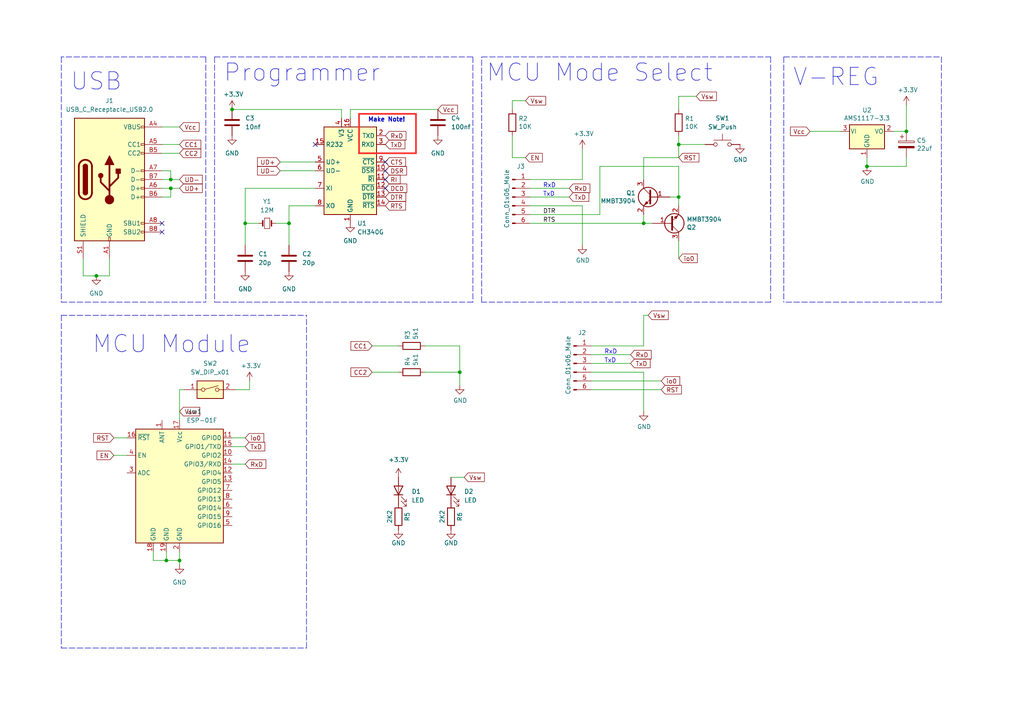
<source format=kicad_sch>
(kicad_sch (version 20211123) (generator eeschema)
  (paper "A4")
  (lib_symbols
    (symbol "Connector:Conn_01x06_Male" (pin_names (offset 1.016) hide)
      (property "Reference" "J" (at 0 7.62 0))
      (property "Value" "Conn_01x06_Male" (at 0 -10.16 0))
      (symbol "Conn_01x06_Male_1_1"
        (polyline (pts (xy 1.27 -7.62) (xy 0.8636 -7.62)) (stroke (width 0.1524)))
        (polyline (pts (xy 1.27 -5.08) (xy 0.8636 -5.08)) (stroke (width 0.1524)))
        (polyline (pts (xy 1.27 -2.54) (xy 0.8636 -2.54)) (stroke (width 0.1524)))
        (polyline (pts (xy 1.27 0) (xy 0.8636 0)) (stroke (width 0.1524)))
        (polyline (pts (xy 1.27 2.54) (xy 0.8636 2.54)) (stroke (width 0.1524)))
        (polyline (pts (xy 1.27 5.08) (xy 0.8636 5.08)) (stroke (width 0.1524)))
        (rectangle (start 0.8636 -7.493) (end 0 -7.747) (stroke (width 0.1524)) (fill (type outline)))
        (rectangle (start 0.8636 -4.953) (end 0 -5.207) (stroke (width 0.1524)) (fill (type outline)))
        (rectangle (start 0.8636 -2.413) (end 0 -2.667) (stroke (width 0.1524)) (fill (type outline)))
        (rectangle (start 0.8636 0.127) (end 0 -0.127) (stroke (width 0.1524)) (fill (type outline)))
        (rectangle (start 0.8636 2.667) (end 0 2.413) (stroke (width 0.1524)) (fill (type outline)))
        (rectangle (start 0.8636 5.207) (end 0 4.953) (stroke (width 0.1524)) (fill (type outline)))
        (pin passive line (at 5.08 5.08 180) (length 3.81) (name "Pin_1") (number "1"))
        (pin passive line (at 5.08 2.54 180) (length 3.81) (name "Pin_2") (number "2"))
        (pin passive line (at 5.08 0 180) (length 3.81) (name "Pin_3") (number "3"))
        (pin passive line (at 5.08 -2.54 180) (length 3.81) (name "Pin_4") (number "4"))
        (pin passive line (at 5.08 -5.08 180) (length 3.81) (name "Pin_5") (number "5"))
        (pin passive line (at 5.08 -7.62 180) (length 3.81) (name "Pin_6") (number "6"))
      )
    )
    (symbol "Connector:USB_C_Receptacle_USB2.0" (pin_names (offset 1.016))
      (property "Reference" "J" (at -10.16 19.05 0))
      (property "Value" "USB_C_Receptacle_USB2.0" (at 19.05 19.05 0))
      (symbol "USB_C_Receptacle_USB2.0_0_0"
        (rectangle (start -0.254 -17.78) (end 0.254 -16.764))
        (rectangle (start 10.16 -14.986) (end 9.144 -15.494))
        (rectangle (start 10.16 -12.446) (end 9.144 -12.954))
        (rectangle (start 10.16 -4.826) (end 9.144 -5.334))
        (rectangle (start 10.16 -2.286) (end 9.144 -2.794))
        (rectangle (start 10.16 0.254) (end 9.144 -0.254))
        (rectangle (start 10.16 2.794) (end 9.144 2.286))
        (rectangle (start 10.16 7.874) (end 9.144 7.366))
        (rectangle (start 10.16 10.414) (end 9.144 9.906))
        (rectangle (start 10.16 15.494) (end 9.144 14.986))
      )
      (symbol "USB_C_Receptacle_USB2.0_0_1"
        (rectangle (start -10.16 17.78) (end 10.16 -17.78) (stroke (width 0.254)) (fill (type background)))
        (arc (start -8.89 -3.81) (mid -6.985 -5.715) (end -5.08 -3.81) (stroke (width 0.508)))
        (arc (start -7.62 -3.81) (mid -6.985 -4.445) (end -6.35 -3.81) (stroke (width 0.254)))
        (arc (start -7.62 -3.81) (mid -6.985 -4.445) (end -6.35 -3.81) (stroke (width 0.254)) (fill (type outline)))
        (rectangle (start -7.62 -3.81) (end -6.35 3.81) (stroke (width 0.254)) (fill (type outline)))
        (arc (start -6.35 3.81) (mid -6.985 4.445) (end -7.62 3.81) (stroke (width 0.254)))
        (arc (start -6.35 3.81) (mid -6.985 4.445) (end -7.62 3.81) (stroke (width 0.254)) (fill (type outline)))
        (arc (start -5.08 3.81) (mid -6.985 5.715) (end -8.89 3.81) (stroke (width 0.508)))
        (circle (center -2.54 1.143) (radius 0.635) (stroke (width 0.254)) (fill (type outline)))
        (circle (center 0 -5.842) (radius 1.27) (fill (type outline)))
        (polyline (pts (xy -8.89 -3.81) (xy -8.89 3.81)) (stroke (width 0.508)))
        (polyline (pts (xy -5.08 3.81) (xy -5.08 -3.81)) (stroke (width 0.508)))
        (polyline (pts (xy 0 -5.842) (xy 0 4.318)) (stroke (width 0.508)))
        (polyline (pts (xy 0 -3.302) (xy -2.54 -0.762) (xy -2.54 0.508)) (stroke (width 0.508)))
        (polyline (pts (xy 0 -2.032) (xy 2.54 0.508) (xy 2.54 1.778)) (stroke (width 0.508)))
        (polyline (pts (xy -1.27 4.318) (xy 0 6.858) (xy 1.27 4.318) (xy -1.27 4.318)) (stroke (width 0.254)) (fill (type outline)))
        (rectangle (start 1.905 1.778) (end 3.175 3.048) (stroke (width 0.254)) (fill (type outline)))
      )
      (symbol "USB_C_Receptacle_USB2.0_1_1"
        (pin passive line (at 0 -22.86 90) (length 5.08) (name "GND") (number "A1"))
        (pin passive line (at 0 -22.86 90) (length 5.08) hide (name "GND") (number "A12"))
        (pin passive line (at 15.24 15.24 180) (length 5.08) (name "VBUS") (number "A4"))
        (pin bidirectional line (at 15.24 10.16 180) (length 5.08) (name "CC1") (number "A5"))
        (pin bidirectional line (at 15.24 -2.54 180) (length 5.08) (name "D+") (number "A6"))
        (pin bidirectional line (at 15.24 2.54 180) (length 5.08) (name "D-") (number "A7"))
        (pin bidirectional line (at 15.24 -12.7 180) (length 5.08) (name "SBU1") (number "A8"))
        (pin passive line (at 15.24 15.24 180) (length 5.08) hide (name "VBUS") (number "A9"))
        (pin passive line (at 0 -22.86 90) (length 5.08) hide (name "GND") (number "B1"))
        (pin passive line (at 0 -22.86 90) (length 5.08) hide (name "GND") (number "B12"))
        (pin passive line (at 15.24 15.24 180) (length 5.08) hide (name "VBUS") (number "B4"))
        (pin bidirectional line (at 15.24 7.62 180) (length 5.08) (name "CC2") (number "B5"))
        (pin bidirectional line (at 15.24 -5.08 180) (length 5.08) (name "D+") (number "B6"))
        (pin bidirectional line (at 15.24 0 180) (length 5.08) (name "D-") (number "B7"))
        (pin bidirectional line (at 15.24 -15.24 180) (length 5.08) (name "SBU2") (number "B8"))
        (pin passive line (at 15.24 15.24 180) (length 5.08) hide (name "VBUS") (number "B9"))
        (pin passive line (at -7.62 -22.86 90) (length 5.08) (name "SHIELD") (number "S1"))
      )
    )
    (symbol "Device:C" (pin_numbers hide) (pin_names (offset 0.254))
      (property "Reference" "C" (at 0.635 2.54 0))
      (property "Value" "C" (at 0.635 -2.54 0))
      (symbol "C_0_1"
        (polyline (pts (xy -2.032 -0.762) (xy 2.032 -0.762)) (stroke (width 0.508)))
        (polyline (pts (xy -2.032 0.762) (xy 2.032 0.762)) (stroke (width 0.508)))
      )
      (symbol "C_1_1"
        (pin passive line (at 0 3.81 270) (length 2.794) (name "~") (number "1"))
        (pin passive line (at 0 -3.81 90) (length 2.794) (name "~") (number "2"))
      )
    )
    (symbol "Device:CP" (pin_numbers hide) (pin_names (offset 0.254))
      (property "Reference" "C" (at 0.635 2.54 0))
      (property "Value" "Device_CP" (at 0.635 -2.54 0))
      (symbol "CP_0_1"
        (rectangle (start -2.286 0.508) (end 2.286 1.016))
        (polyline (pts (xy -1.778 2.286) (xy -0.762 2.286)))
        (polyline (pts (xy -1.27 2.794) (xy -1.27 1.778)))
        (rectangle (start 2.286 -0.508) (end -2.286 -1.016) (fill (type outline)))
      )
      (symbol "CP_1_1"
        (pin passive line (at 0 3.81 270) (length 2.794) (name "~") (number "1"))
        (pin passive line (at 0 -3.81 90) (length 2.794) (name "~") (number "2"))
      )
    )
    (symbol "Device:Crystal_Small" (pin_numbers hide) (pin_names (offset 1.016) hide)
      (property "Reference" "Y" (at 0 2.54 0))
      (property "Value" "Crystal_Small" (at 0 -2.54 0))
      (symbol "Crystal_Small_0_1"
        (rectangle (start -0.762 -1.524) (end 0.762 1.524))
        (polyline (pts (xy -1.27 -0.762) (xy -1.27 0.762)) (stroke (width 0.381)))
        (polyline (pts (xy 1.27 -0.762) (xy 1.27 0.762)) (stroke (width 0.381)))
      )
      (symbol "Crystal_Small_1_1"
        (pin passive line (at -2.54 0 0) (length 1.27) (name "1") (number "1"))
        (pin passive line (at 2.54 0 180) (length 1.27) (name "2") (number "2"))
      )
    )
    (symbol "Device:LED" (pin_numbers hide) (pin_names (offset 1.016) hide)
      (property "Reference" "D" (at 0 2.54 0))
      (property "Value" "LED" (at 0 -2.54 0))
      (symbol "LED_0_1"
        (polyline (pts (xy -1.27 -1.27) (xy -1.27 1.27)) (stroke (width 0.254)))
        (polyline (pts (xy -1.27 0) (xy 1.27 0)))
        (polyline (pts (xy 1.27 -1.27) (xy 1.27 1.27) (xy -1.27 0) (xy 1.27 -1.27)) (stroke (width 0.254)))
        (polyline (pts (xy -3.048 -0.762) (xy -4.572 -2.286) (xy -3.81 -2.286) (xy -4.572 -2.286) (xy -4.572 -1.524)))
        (polyline (pts (xy -1.778 -0.762) (xy -3.302 -2.286) (xy -2.54 -2.286) (xy -3.302 -2.286) (xy -3.302 -1.524)))
      )
      (symbol "LED_1_1"
        (pin passive line (at -3.81 0 0) (length 2.54) (name "K") (number "1"))
        (pin passive line (at 3.81 0 180) (length 2.54) (name "A") (number "2"))
      )
    )
    (symbol "Device:R" (pin_numbers hide) (pin_names (offset 0))
      (property "Reference" "R" (at 2.032 0 90))
      (property "Value" "R" (at 0 0 90))
      (symbol "R_0_1"
        (rectangle (start -1.016 -2.54) (end 1.016 2.54) (stroke (width 0.254)))
      )
      (symbol "R_1_1"
        (pin passive line (at 0 3.81 270) (length 1.27) (name "~") (number "1"))
        (pin passive line (at 0 -3.81 90) (length 1.27) (name "~") (number "2"))
      )
    )
    (symbol "Interface_USB:CH340G"
      (property "Reference" "U" (at -5.08 13.97 0))
      (property "Value" "CH340G" (at 1.27 13.97 0))
      (symbol "CH340G_0_1"
        (rectangle (start -7.62 12.7) (end 7.62 -12.7) (stroke (width 0.254)) (fill (type background)))
      )
      (symbol "CH340G_1_1"
        (pin power_in line (at 0 -15.24 90) (length 2.54) (name "GND") (number "1"))
        (pin input line (at 10.16 0 180) (length 2.54) (name "~{DSR}") (number "10"))
        (pin input line (at 10.16 -2.54 180) (length 2.54) (name "~{RI}") (number "11"))
        (pin input line (at 10.16 -5.08 180) (length 2.54) (name "~{DCD}") (number "12"))
        (pin output line (at 10.16 -7.62 180) (length 2.54) (name "~{DTR}") (number "13"))
        (pin output line (at 10.16 -10.16 180) (length 2.54) (name "~{RTS}") (number "14"))
        (pin input line (at -10.16 7.62 0) (length 2.54) (name "R232") (number "15"))
        (pin power_in line (at 0 15.24 270) (length 2.54) (name "VCC") (number "16"))
        (pin output line (at 10.16 10.16 180) (length 2.54) (name "TXD") (number "2"))
        (pin input line (at 10.16 7.62 180) (length 2.54) (name "RXD") (number "3"))
        (pin passive line (at -2.54 15.24 270) (length 2.54) (name "V3") (number "4"))
        (pin bidirectional line (at -10.16 2.54 0) (length 2.54) (name "UD+") (number "5"))
        (pin bidirectional line (at -10.16 0 0) (length 2.54) (name "UD-") (number "6"))
        (pin input line (at -10.16 -5.08 0) (length 2.54) (name "XI") (number "7"))
        (pin output line (at -10.16 -10.16 0) (length 2.54) (name "XO") (number "8"))
        (pin input line (at 10.16 2.54 180) (length 2.54) (name "~{CTS}") (number "9"))
      )
    )
    (symbol "Regulator_Linear:AMS1117-3.3" (pin_names (offset 0.254))
      (property "Reference" "U" (at -3.81 3.175 0))
      (property "Value" "AMS1117-3.3" (at 0 3.175 0))
      (symbol "AMS1117-3.3_0_1"
        (rectangle (start -5.08 -5.08) (end 5.08 1.905) (stroke (width 0.254)) (fill (type background)))
      )
      (symbol "AMS1117-3.3_1_1"
        (pin power_in line (at 0 -7.62 90) (length 2.54) (name "GND") (number "1"))
        (pin power_out line (at 7.62 0 180) (length 2.54) (name "VO") (number "2"))
        (pin power_in line (at -7.62 0 0) (length 2.54) (name "VI") (number "3"))
      )
    )
    (symbol "Switch:SW_DIP_x01" (pin_names (offset 0) hide)
      (property "Reference" "SW" (at 0 3.81 0))
      (property "Value" "SW_DIP_x01" (at 0 -3.81 0))
      (symbol "SW_DIP_x01_0_0"
        (circle (center -2.032 0) (radius 0.508))
        (polyline (pts (xy -1.524 0.127) (xy 2.3622 1.1684)))
        (circle (center 2.032 0) (radius 0.508))
      )
      (symbol "SW_DIP_x01_0_1"
        (rectangle (start -3.81 2.54) (end 3.81 -2.54) (stroke (width 0.254)) (fill (type background)))
      )
      (symbol "SW_DIP_x01_1_1"
        (pin passive line (at -7.62 0 0) (length 5.08) (name "~") (number "1"))
        (pin passive line (at 7.62 0 180) (length 5.08) (name "~") (number "2"))
      )
    )
    (symbol "Switch:SW_Push" (pin_numbers hide) (pin_names (offset 1.016) hide)
      (property "Reference" "SW" (at 1.27 2.54 0))
      (property "Value" "SW_Push" (at 0 -1.524 0))
      (symbol "SW_Push_0_1"
        (circle (center -2.032 0) (radius 0.508))
        (polyline (pts (xy 0 1.27) (xy 0 3.048)))
        (polyline (pts (xy 2.54 1.27) (xy -2.54 1.27)))
        (circle (center 2.032 0) (radius 0.508))
        (pin passive line (at -5.08 0 0) (length 2.54) (name "1") (number "1"))
        (pin passive line (at 5.08 0 180) (length 2.54) (name "2") (number "2"))
      )
    )
    (symbol "Tinker_ESP:ESP-01F"
      (property "Reference" "Um" (at 3.683 -21.082 0))
      (property "Value" "ESP-01F" (at 12.7 -23.495 0))
      (symbol "ESP-01F_0_1"
        (rectangle (start -12.7 15.24) (end 12.7 -17.78) (stroke (width 0.254)) (fill (type background)))
      )
      (symbol "ESP-01F_1_1"
        (pin bidirectional line (at -5.08 17.78 270) (length 2.54) (name "ANT") (number "1"))
        (pin bidirectional line (at 15.24 7.62 180) (length 2.54) (name "GPIO2") (number "10"))
        (pin bidirectional line (at 15.24 12.7 180) (length 2.54) (name "GPIO0") (number "11"))
        (pin bidirectional line (at 15.24 2.54 180) (length 2.54) (name "GPIO4") (number "12"))
        (pin bidirectional line (at 15.24 0 180) (length 2.54) (name "GPIO5") (number "13"))
        (pin bidirectional line (at 15.24 5.08 180) (length 2.54) (name "GPIO3/RXD") (number "14"))
        (pin bidirectional line (at 15.24 10.16 180) (length 2.54) (name "GPIO1/TXD") (number "15"))
        (pin input line (at -15.24 12.7 0) (length 2.54) (name "~{RST}") (number "16"))
        (pin power_in line (at 0 17.78 270) (length 2.54) (name "Vcc") (number "17"))
        (pin power_in line (at -7.62 -20.32 90) (length 2.54) (name "GND") (number "18"))
        (pin power_in line (at -3.81 -20.32 90) (length 2.54) (name "GND") (number "19"))
        (pin power_in line (at 0 -20.32 90) (length 2.54) (name "GND") (number "2"))
        (pin input line (at -15.24 2.54 0) (length 2.54) (name "ADC") (number "3"))
        (pin input line (at -15.24 7.62 0) (length 2.54) (name "EN") (number "4"))
        (pin bidirectional line (at 15.24 -12.7 180) (length 2.54) (name "GPIO16") (number "5"))
        (pin bidirectional line (at 15.24 -7.62 180) (length 2.54) (name "GPIO14") (number "6"))
        (pin bidirectional line (at 15.24 -2.54 180) (length 2.54) (name "GPIO12") (number "7"))
        (pin bidirectional line (at 15.24 -5.08 180) (length 2.54) (name "GPIO13") (number "8"))
        (pin bidirectional line (at 15.24 -10.16 180) (length 2.54) (name "GPIO15") (number "9"))
      )
    )
    (symbol "Transistor_BJT:MMBT3904" (pin_names (offset 0) hide)
      (property "Reference" "Q" (at 5.08 1.905 0))
      (property "Value" "MMBT3904" (at 5.08 0 0))
      (symbol "MMBT3904_0_1"
        (polyline (pts (xy 0.635 0.635) (xy 2.54 2.54)))
        (polyline (pts (xy 0.635 -0.635) (xy 2.54 -2.54) (xy 2.54 -2.54)))
        (polyline (pts (xy 0.635 1.905) (xy 0.635 -1.905) (xy 0.635 -1.905)) (stroke (width 0.508)))
        (polyline (pts (xy 1.27 -1.778) (xy 1.778 -1.27) (xy 2.286 -2.286) (xy 1.27 -1.778) (xy 1.27 -1.778)) (fill (type outline)))
        (circle (center 1.27 0) (radius 2.8194) (stroke (width 0.254)))
      )
      (symbol "MMBT3904_1_1"
        (pin input line (at -5.08 0 0) (length 5.715) (name "B") (number "1"))
        (pin passive line (at 2.54 -5.08 90) (length 2.54) (name "E") (number "2"))
        (pin passive line (at 2.54 5.08 270) (length 2.54) (name "C") (number "3"))
      )
    )
    (symbol "power:+3.3V" (power) (pin_names (offset 0))
      (property "Value" "+3.3V" (at 0 3.556 0))
      (symbol "+3.3V_0_1"
        (polyline (pts (xy -0.762 1.27) (xy 0 2.54)))
        (polyline (pts (xy 0 0) (xy 0 2.54)))
        (polyline (pts (xy 0 2.54) (xy 0.762 1.27)))
      )
      (symbol "+3.3V_1_1"
        (pin power_in line (at 0 0 90) (length 0) hide (name "+3.3V") (number "1"))
      )
    )
    (symbol "power:GND" (power) (pin_names (offset 0))
      (property "Value" "GND" (at 0 -3.81 0))
      (symbol "GND_0_1"
        (polyline (pts (xy 0 0) (xy 0 -1.27) (xy 1.27 -1.27) (xy 0 -2.54) (xy -1.27 -1.27) (xy 0 -1.27)))
      )
      (symbol "GND_1_1"
        (pin power_in line (at 0 0 270) (length 0) hide (name "GND") (number "1"))
      )
    )
  )
  (junction (at 83.82 64.77))
  (junction (at 52.07 162.56))
  (junction (at 27.94 80.01))
  (junction (at 186.69 64.77))
  (junction (at 49.53 54.61))
  (junction (at 133.35 107.95))
  (junction (at 49.53 52.07))
  (junction (at 67.31 31.75))
  (junction (at 196.85 57.15))
  (junction (at 71.12 64.77))
  (junction (at 262.89 38.1))
  (junction (at 196.85 41.91))
  (junction (at 48.26 162.56))
  (junction (at 251.46 48.26))
  (no_connect (at 91.44 41.91))
  (no_connect (at 111.76 46.99))
  (no_connect (at 111.76 49.53))
  (no_connect (at 111.76 52.07))
  (no_connect (at 111.76 54.61))
  (no_connect (at 46.99 64.77))
  (no_connect (at 46.99 67.31))
  (wire (pts (xy 83.82 64.77) (xy 83.82 71.12)))
  (polyline (pts (xy 59.69 16.51) (xy 17.78 16.51)))
  (wire (pts (xy 44.45 160.02) (xy 44.45 162.56)))
  (polyline (pts (xy 62.23 16.51) (xy 62.23 87.63)))
  (polyline (pts (xy 17.78 91.44) (xy 88.9 91.44)))
  (wire (pts (xy 196.85 48.26) (xy 196.85 57.15)))
  (wire (pts (xy 173.99 48.26) (xy 196.85 48.26)))
  (wire (pts (xy 148.59 39.37) (xy 148.59 45.72)))
  (wire (pts (xy 148.59 45.72) (xy 152.4 45.72)))
  (wire (pts (xy 196.85 41.91) (xy 204.47 41.91)))
  (wire (pts (xy 186.69 119.38) (xy 186.69 107.95)))
  (wire (pts (xy 201.93 27.94) (xy 196.85 27.94)))
  (wire (pts (xy 189.23 64.77) (xy 186.69 64.77)))
  (polyline (pts (xy 223.52 16.51) (xy 223.52 87.63)))
  (polyline (pts (xy 120.65 33.02) (xy 104.14 33.02)) (stroke (width 0.5) (type solid) (color 255 48 46 1)))
  (polyline (pts (xy 17.78 91.44) (xy 17.78 187.96)))
  (wire (pts (xy 194.31 57.15) (xy 196.85 57.15)))
  (wire (pts (xy 46.99 41.91) (xy 52.07 41.91)))
  (wire (pts (xy 133.35 100.33) (xy 133.35 107.95)))
  (wire (pts (xy 171.45 102.87) (xy 182.88 102.87)))
  (polyline (pts (xy 17.78 187.96) (xy 88.9 187.96)))
  (wire (pts (xy 81.28 46.99) (xy 91.44 46.99)))
  (wire (pts (xy 71.12 54.61) (xy 71.12 64.77)))
  (wire (pts (xy 130.81 138.43) (xy 134.62 138.43)))
  (wire (pts (xy 99.06 34.29) (xy 99.06 31.75)))
  (wire (pts (xy 168.91 71.12) (xy 168.91 59.69)))
  (wire (pts (xy 53.34 113.03) (xy 52.07 113.03)))
  (wire (pts (xy 74.93 64.77) (xy 71.12 64.77)))
  (wire (pts (xy 46.99 44.45) (xy 52.07 44.45)))
  (polyline (pts (xy 104.14 33.02) (xy 104.14 44.45)) (stroke (width 0.5) (type solid) (color 255 48 46 1)))
  (wire (pts (xy 52.07 160.02) (xy 52.07 162.56)))
  (wire (pts (xy 99.06 31.75) (xy 67.31 31.75)))
  (wire (pts (xy 46.99 54.61) (xy 49.53 54.61)))
  (polyline (pts (xy 120.65 33.02) (xy 120.65 44.45)) (stroke (width 0.5) (type solid) (color 255 48 46 1)))
  (wire (pts (xy 48.26 160.02) (xy 48.26 162.56)))
  (wire (pts (xy 262.89 48.26) (xy 251.46 48.26)))
  (wire (pts (xy 46.99 57.15) (xy 49.53 57.15)))
  (wire (pts (xy 262.89 30.48) (xy 262.89 38.1)))
  (wire (pts (xy 196.85 74.93) (xy 196.85 69.85)))
  (wire (pts (xy 133.35 107.95) (xy 133.35 111.76)))
  (wire (pts (xy 91.44 59.69) (xy 83.82 59.69)))
  (polyline (pts (xy 17.78 16.51) (xy 17.78 87.63)))
  (wire (pts (xy 49.53 49.53) (xy 49.53 52.07)))
  (wire (pts (xy 33.02 132.08) (xy 36.83 132.08)))
  (wire (pts (xy 168.91 43.18) (xy 168.91 52.07)))
  (wire (pts (xy 52.07 113.03) (xy 52.07 121.92)))
  (wire (pts (xy 187.96 91.44) (xy 186.69 91.44)))
  (wire (pts (xy 49.53 52.07) (xy 52.07 52.07)))
  (wire (pts (xy 152.4 29.21) (xy 148.59 29.21)))
  (wire (pts (xy 196.85 41.91) (xy 196.85 45.72)))
  (polyline (pts (xy 59.69 16.51) (xy 59.69 87.63)))
  (wire (pts (xy 72.39 113.03) (xy 68.58 113.03)))
  (polyline (pts (xy 137.16 16.51) (xy 137.16 87.63)))
  (wire (pts (xy 72.39 110.49) (xy 72.39 113.03)))
  (polyline (pts (xy 139.7 87.63) (xy 139.7 16.51)))
  (wire (pts (xy 168.91 59.69) (xy 153.67 59.69)))
  (wire (pts (xy 52.07 162.56) (xy 52.07 163.83)))
  (wire (pts (xy 186.69 45.72) (xy 186.69 52.07)))
  (wire (pts (xy 148.59 29.21) (xy 148.59 31.75)))
  (wire (pts (xy 67.31 129.54) (xy 71.12 129.54)))
  (wire (pts (xy 46.99 36.83) (xy 52.07 36.83)))
  (wire (pts (xy 80.01 64.77) (xy 83.82 64.77)))
  (wire (pts (xy 107.95 100.33) (xy 115.57 100.33)))
  (wire (pts (xy 101.6 31.75) (xy 101.6 34.29)))
  (polyline (pts (xy 227.33 16.51) (xy 273.05 16.51)))
  (wire (pts (xy 186.69 91.44) (xy 186.69 100.33)))
  (wire (pts (xy 123.19 107.95) (xy 133.35 107.95)))
  (wire (pts (xy 153.67 57.15) (xy 165.1 57.15)))
  (wire (pts (xy 46.99 49.53) (xy 49.53 49.53)))
  (wire (pts (xy 173.99 48.26) (xy 173.99 62.23)))
  (wire (pts (xy 81.28 49.53) (xy 91.44 49.53)))
  (polyline (pts (xy 137.16 87.63) (xy 62.23 87.63)))
  (wire (pts (xy 186.69 107.95) (xy 171.45 107.95)))
  (wire (pts (xy 48.26 162.56) (xy 52.07 162.56)))
  (wire (pts (xy 83.82 59.69) (xy 83.82 64.77)))
  (wire (pts (xy 251.46 48.26) (xy 251.46 45.72)))
  (wire (pts (xy 262.89 45.72) (xy 262.89 48.26)))
  (wire (pts (xy 186.69 64.77) (xy 186.69 62.23)))
  (wire (pts (xy 168.91 52.07) (xy 153.67 52.07)))
  (wire (pts (xy 186.69 100.33) (xy 171.45 100.33)))
  (wire (pts (xy 171.45 105.41) (xy 182.88 105.41)))
  (wire (pts (xy 101.6 31.75) (xy 127 31.75)))
  (wire (pts (xy 67.31 134.62) (xy 71.12 134.62)))
  (polyline (pts (xy 227.33 16.51) (xy 227.33 87.63)))
  (wire (pts (xy 67.31 127) (xy 71.12 127)))
  (wire (pts (xy 49.53 57.15) (xy 49.53 54.61)))
  (wire (pts (xy 24.13 74.93) (xy 24.13 80.01)))
  (wire (pts (xy 123.19 100.33) (xy 133.35 100.33)))
  (wire (pts (xy 31.75 74.93) (xy 31.75 80.01)))
  (wire (pts (xy 46.99 52.07) (xy 49.53 52.07)))
  (polyline (pts (xy 139.7 16.51) (xy 223.52 16.51)))
  (wire (pts (xy 196.85 57.15) (xy 196.85 59.69)))
  (polyline (pts (xy 223.52 87.63) (xy 139.7 87.63)))
  (wire (pts (xy 107.95 107.95) (xy 115.57 107.95)))
  (wire (pts (xy 153.67 54.61) (xy 165.1 54.61)))
  (wire (pts (xy 27.94 80.01) (xy 31.75 80.01)))
  (polyline (pts (xy 88.9 187.96) (xy 88.9 91.44)))
  (wire (pts (xy 24.13 80.01) (xy 27.94 80.01)))
  (wire (pts (xy 153.67 64.77) (xy 186.69 64.77)))
  (wire (pts (xy 49.53 54.61) (xy 52.07 54.61)))
  (wire (pts (xy 259.08 38.1) (xy 262.89 38.1)))
  (polyline (pts (xy 62.23 16.51) (xy 137.16 16.51)))
  (wire (pts (xy 153.67 62.23) (xy 173.99 62.23)))
  (polyline (pts (xy 273.05 16.51) (xy 273.05 87.63)))
  (wire (pts (xy 196.85 27.94) (xy 196.85 31.75)))
  (wire (pts (xy 196.85 45.72) (xy 186.69 45.72)))
  (wire (pts (xy 71.12 54.61) (xy 91.44 54.61)))
  (wire (pts (xy 234.95 38.1) (xy 243.84 38.1)))
  (polyline (pts (xy 273.05 87.63) (xy 227.33 87.63)))
  (polyline (pts (xy 17.78 87.63) (xy 59.69 87.63)))
  (polyline (pts (xy 104.14 44.45) (xy 120.65 44.45)) (stroke (width 0.5) (type solid) (color 255 48 46 1)))
  (wire (pts (xy 171.45 110.49) (xy 191.77 110.49)))
  (wire (pts (xy 196.85 39.37) (xy 196.85 41.91)))
  (wire (pts (xy 33.02 127) (xy 36.83 127)))
  (wire (pts (xy 44.45 162.56) (xy 48.26 162.56)))
  (wire (pts (xy 171.45 113.03) (xy 191.77 113.03)))
  (wire (pts (xy 71.12 64.77) (xy 71.12 71.12)))
  (text "RxD" (at 157.48 54.61 0) (effects (font (size 1.27 1.27)) (justify left bottom)))
  (text "Make Note!" (at 106.68 35.56 0) (effects (font (size 1.27 1.27) (thickness 0.254) bold) (justify left bottom)))
  (text "V-REG" (at 229.87 25.4 0) (effects (font (size 5 5)) (justify left bottom)))
  (text "TxD" (at 157.48 57.15 0) (effects (font (size 1.27 1.27)) (justify left bottom)))
  (text "USB" (at 20.32 26.67 0) (effects (font (size 5 5)) (justify left bottom)))
  (text "MCU Mode Select" (at 140.97 24.13 0) (effects (font (size 5.0038 5.0038)) (justify left bottom)))
  (text "TxD" (at 175.26 105.41 0) (effects (font (size 1.27 1.27)) (justify left bottom)))
  (text "RxD" (at 175.26 102.87 0) (effects (font (size 1.27 1.27)) (justify left bottom)))
  (text "MCU Module" (at 26.67 102.87 0) (effects (font (size 5.0038 5.0038)) (justify left bottom)))
  (text "Programmer" (at 64.77 24.13 0) (effects (font (size 5 5)) (justify left bottom)))
  (label "DTR" (at 157.48 62.23 0))
  (label "RTS" (at 157.48 64.77 0))
  (global_label "EN" (shape input) (at 152.4 45.72 0) (property "Intersheet References" "${INTERSHEET_REFS}" (effects hide)))
  (global_label "RxD" (shape input) (at 182.88 102.87 0) (property "Intersheet References" "${INTERSHEET_REFS}" (effects hide)))
  (global_label "RxD" (shape input) (at 165.1 54.61 0) (property "Intersheet References" "${INTERSHEET_REFS}" (effects hide)))
  (global_label "CC2" (shape input) (at 107.95 107.95 180) (property "Intersheet References" "${INTERSHEET_REFS}" (effects hide)))
  (global_label "CC1" (shape input) (at 107.95 100.33 180) (property "Intersheet References" "${INTERSHEET_REFS}" (effects hide)))
  (global_label "RST" (shape input) (at 191.77 113.03 0) (property "Intersheet References" "${INTERSHEET_REFS}" (effects hide)))
  (global_label "TxD" (shape input) (at 71.12 129.54 0) (property "Intersheet References" "${INTERSHEET_REFS}" (effects hide)))
  (global_label "Vcc" (shape input) (at 127 31.75 0) (property "Intersheet References" "${INTERSHEET_REFS}" (effects hide)))
  (global_label "io0" (shape input) (at 191.77 110.49 0) (property "Intersheet References" "${INTERSHEET_REFS}" (effects hide)))
  (global_label "Vsw" (shape input) (at 201.93 27.94 0) (property "Intersheet References" "${INTERSHEET_REFS}" (effects hide)))
  (global_label "DSR" (shape input) (at 111.76 49.53 0) (property "Intersheet References" "${INTERSHEET_REFS}" (effects hide)))
  (global_label "CC2" (shape input) (at 52.07 44.45 0) (property "Intersheet References" "${INTERSHEET_REFS}" (effects hide)))
  (global_label "Vsw" (shape input) (at 187.96 91.44 0) (property "Intersheet References" "${INTERSHEET_REFS}" (effects hide)))
  (global_label "Vsw" (shape input) (at 152.4 29.21 0) (property "Intersheet References" "${INTERSHEET_REFS}" (effects hide)))
  (global_label "CTS" (shape input) (at 111.76 46.99 0) (property "Intersheet References" "${INTERSHEET_REFS}" (effects hide)))
  (global_label "DCD" (shape input) (at 111.76 54.61 0) (property "Intersheet References" "${INTERSHEET_REFS}" (effects hide)))
  (global_label "RST" (shape input) (at 196.85 45.72 0) (property "Intersheet References" "${INTERSHEET_REFS}" (effects hide)))
  (global_label "UD+" (shape input) (at 52.07 54.61 0) (property "Intersheet References" "${INTERSHEET_REFS}" (effects hide)))
  (global_label "RTS" (shape input) (at 111.76 59.69 0) (property "Intersheet References" "${INTERSHEET_REFS}" (effects hide)))
  (global_label "RxD" (shape input) (at 111.76 39.37 0) (property "Intersheet References" "${INTERSHEET_REFS}" (effects hide)))
  (global_label "Vcc" (shape input) (at 234.95 38.1 180) (property "Intersheet References" "${INTERSHEET_REFS}" (effects hide)))
  (global_label "io0" (shape input) (at 71.12 127 0) (property "Intersheet References" "${INTERSHEET_REFS}" (effects hide)))
  (global_label "Vsw" (shape input) (at 52.07 119.38 0) (property "Intersheet References" "${INTERSHEET_REFS}" (effects hide)))
  (global_label "UD+" (shape input) (at 81.28 46.99 180) (property "Intersheet References" "${INTERSHEET_REFS}" (effects hide)))
  (global_label "UD-" (shape input) (at 52.07 52.07 0) (property "Intersheet References" "${INTERSHEET_REFS}" (effects hide)))
  (global_label "io0" (shape input) (at 196.85 74.93 0) (property "Intersheet References" "${INTERSHEET_REFS}" (effects hide)))
  (global_label "TxD" (shape input) (at 165.1 57.15 0) (property "Intersheet References" "${INTERSHEET_REFS}" (effects hide)))
  (global_label "RST" (shape input) (at 33.02 127 180) (property "Intersheet References" "${INTERSHEET_REFS}" (effects hide)))
  (global_label "RxD" (shape input) (at 71.12 134.62 0) (property "Intersheet References" "${INTERSHEET_REFS}" (effects hide)))
  (global_label "TxD" (shape input) (at 111.76 41.91 0) (property "Intersheet References" "${INTERSHEET_REFS}" (effects hide)))
  (global_label "RI" (shape input) (at 111.76 52.07 0) (property "Intersheet References" "${INTERSHEET_REFS}" (effects hide)))
  (global_label "UD-" (shape input) (at 81.28 49.53 180) (property "Intersheet References" "${INTERSHEET_REFS}" (effects hide)))
  (global_label "Vsw" (shape input) (at 134.62 138.43 0) (property "Intersheet References" "${INTERSHEET_REFS}" (effects hide)))
  (global_label "DTR" (shape input) (at 111.76 57.15 0) (property "Intersheet References" "${INTERSHEET_REFS}" (effects hide)))
  (global_label "CC1" (shape input) (at 52.07 41.91 0) (property "Intersheet References" "${INTERSHEET_REFS}" (effects hide)))
  (global_label "Vcc" (shape input) (at 52.07 36.83 0) (property "Intersheet References" "${INTERSHEET_REFS}" (effects hide)))
  (global_label "TxD" (shape input) (at 182.88 105.41 0) (property "Intersheet References" "${INTERSHEET_REFS}" (effects hide)))
  (global_label "EN" (shape input) (at 33.02 132.08 180) (property "Intersheet References" "${INTERSHEET_REFS}" (effects hide)))
  (symbol (lib_id "Device:R") (at 148.59 35.56 0) (unit 1)
    (property "Reference" "R2" (at 150.368 34.3916 0) (effects (justify left)))
    (property "Value" "10K" (at 150.368 36.703 0) (effects (justify left)))
    (property "Footprint" "Tinker:R_0603_1608Metric_Pad0.98x0.95mm_HandSolder" (effects hide))
  )
  (symbol (lib_id "power:GND") (at 83.82 78.74 0) (unit 1)
    (property "Reference" "#PWR0112" (effects hide))
    (property "Value" "GND" (at 83.82 83.82 0))
  )
  (symbol (lib_id "power:GND") (at 133.35 111.76 0) (unit 1)
    (property "Reference" "#PWR0117" (effects hide))
    (property "Value" "GND" (at 133.477 116.1542 0))
  )
  (symbol (lib_id "power:GND") (at 214.63 41.91 0) (unit 1)
    (property "Reference" "#PWR0105" (effects hide))
    (property "Value" "GND" (at 214.757 46.3042 0))
  )
  (symbol (lib_id "Connector:USB_C_Receptacle_USB2.0") (at 31.75 52.07 0) (unit 1)
    (property "Reference" "J1" (at 31.75 29.21 0))
    (property "Value" "USB_C_Receptacle_USB2.0" (at 31.75 31.75 0))
    (property "Footprint" "Tinker:USB_C_Receptacle_HRO_TYPE-C-31-M-12" (effects hide))
    (property "Datasheet" "https://www.usb.org/sites/default/files/documents/usb_type-c.zip" (effects hide))
  )
  (symbol (lib_id "power:GND") (at 168.91 71.12 0) (unit 1)
    (property "Reference" "#PWR0101" (effects hide))
    (property "Value" "GND" (at 169.037 75.5142 0))
  )
  (symbol (lib_id "Device:LED") (at 130.81 142.24 90) (unit 1)
    (property "Reference" "D2" (at 134.62 142.5574 90) (effects (justify right)))
    (property "Value" "LED" (at 134.62 145.0974 90) (effects (justify right)))
    (property "Footprint" "LED_SMD:LED_0805_2012Metric_Pad1.15x1.40mm_HandSolder" (effects hide))
  )
  (symbol (lib_id "power:GND") (at 130.81 153.67 0) (unit 1)
    (property "Reference" "#PWR0104" (effects hide))
    (property "Value" "GND" (at 130.81 157.48 0))
  )
  (symbol (lib_id "Tinker_ESP:ESP-01F") (at 52.07 139.7 0) (unit 1)
    (property "Reference" "Um1" (at 54.0894 119.38 0) (effects (justify left)))
    (property "Value" "ESP-01F" (at 54.0894 121.92 0) (effects (justify left)))
    (property "Footprint" "Tinker:ESP-01F (FlexyPin)" (effects hide))
    (property "Datasheet" "https://docs.ai-thinker.com/_media/esp8266/docs/esp-01f_product_specification_en.pdf" (effects hide))
    (property "3D" "https://grabcad.com/library/esp-01f-1" (effects hide))
  )
  (symbol (lib_id "power:GND") (at 251.46 48.26 0) (unit 1)
    (property "Reference" "#PWR0107" (effects hide))
    (property "Value" "GND" (at 251.587 52.6542 0))
  )
  (symbol (lib_id "Switch:SW_Push") (at 209.55 41.91 0) (unit 1)
    (property "Reference" "SW1" (at 209.55 34.29 0))
    (property "Value" "SW_Push" (at 209.55 36.83 0))
    (property "Footprint" "Tinker:SW_Push_TS273014TP" (effects hide))
    (property "LCSC" "C2858276" (effects hide))
  )
  (symbol (lib_id "Device:C") (at 127 35.56 0) (unit 1)
    (property "Reference" "C4" (at 130.81 34.2899 0) (effects (justify left)))
    (property "Value" "100nf" (at 130.81 36.8299 0) (effects (justify left)))
    (property "Footprint" "Tinker:C_0603_1608Metric_Pad1.08x0.95mm_HandSolder" (effects hide))
    (property "LCSC" "C235731" (effects hide))
  )
  (symbol (lib_id "power:GND") (at 52.07 163.83 0) (unit 1)
    (property "Reference" "#PWR0106" (effects hide))
    (property "Value" "GND" (at 52.07 168.91 0))
  )
  (symbol (lib_id "Connector:Conn_01x06_Male") (at 166.37 105.41 0) (unit 1) (in_bom no) (on_board no)
    (property "Reference" "J2" (at 167.64 96.52 0) (effects (justify left)))
    (property "Value" "Conn_01x06_Male" (at 164.7698 114.4524 90) (effects (justify left)))
    (property "Footprint" "Tinker:PinHeader_1x06_P2.54mm_Vertical" (effects hide))
  )
  (symbol (lib_id "power:+3.3V") (at 168.91 43.18 0) (unit 1)
    (property "Reference" "#PWR0102" (effects hide))
    (property "Value" "+3.3V" (at 169.291 38.7858 0))
  )
  (symbol (lib_id "power:+3.3V") (at 72.39 110.49 0) (unit 1)
    (property "Reference" "#PWR0114" (effects hide))
    (property "Value" "+3.3V" (at 72.771 106.0958 0))
  )
  (symbol (lib_id "power:GND") (at 186.69 119.38 0) (unit 1)
    (property "Reference" "#PWR0118" (effects hide))
    (property "Value" "GND" (at 186.817 123.7742 0))
  )
  (symbol (lib_id "Device:R") (at 119.38 100.33 90) (unit 1)
    (property "Reference" "R3" (at 118.2116 98.552 0) (effects (justify left)))
    (property "Value" "5k1" (at 120.523 98.552 0) (effects (justify left)))
    (property "Footprint" "Tinker:R_0603_1608Metric_Pad0.98x0.95mm_HandSolder" (effects hide))
  )
  (symbol (lib_id "Device:R") (at 130.81 149.86 0) (unit 1)
    (property "Reference" "R6" (at 133.35 149.86 90))
    (property "Value" "2K2" (at 128.27 149.86 90))
    (property "Footprint" "Tinker:R_0603_1608Metric_Pad0.98x0.95mm_HandSolder" (effects hide))
  )
  (symbol (lib_id "power:GND") (at 115.57 153.67 0) (unit 1)
    (property "Reference" "#PWR0119" (effects hide))
    (property "Value" "GND" (at 115.57 157.48 0))
  )
  (symbol (lib_id "power:GND") (at 71.12 78.74 0) (unit 1)
    (property "Reference" "#PWR0111" (effects hide))
    (property "Value" "GND" (at 71.12 83.82 0))
  )
  (symbol (lib_id "Device:C") (at 67.31 35.56 0) (unit 1)
    (property "Reference" "C3" (at 71.12 34.2899 0) (effects (justify left)))
    (property "Value" "10nf" (at 71.12 36.8299 0) (effects (justify left)))
    (property "Footprint" "Tinker:C_0603_1608Metric_Pad1.08x0.95mm_HandSolder" (effects hide))
    (property "LCSC" "C161232" (effects hide))
  )
  (symbol (lib_id "power:+3.3V") (at 67.31 31.75 0) (unit 1)
    (property "Reference" "#PWR0115" (effects hide))
    (property "Value" "+3.3V" (at 67.691 27.3558 0))
  )
  (symbol (lib_id "Device:C") (at 83.82 74.93 0) (unit 1)
    (property "Reference" "C2" (at 87.63 73.6599 0) (effects (justify left)))
    (property "Value" "20p" (at 87.63 76.1999 0) (effects (justify left)))
    (property "Footprint" "Tinker:C_0603_1608Metric_Pad1.08x0.95mm_HandSolder" (effects hide))
    (property "LCSC" "C408549 (20pf C325469)" (effects hide))
  )
  (symbol (lib_id "Device:C") (at 71.12 74.93 0) (unit 1)
    (property "Reference" "C1" (at 74.93 73.6599 0) (effects (justify left)))
    (property "Value" "20p" (at 74.93 76.1999 0) (effects (justify left)))
    (property "Footprint" "Tinker:C_0603_1608Metric_Pad1.08x0.95mm_HandSolder" (effects hide))
    (property "LCSC" "C408549 (20pf C325469)" (effects hide))
  )
  (symbol (lib_id "Device:R") (at 115.57 149.86 0) (unit 1)
    (property "Reference" "R5" (at 118.11 149.86 90))
    (property "Value" "2K2" (at 113.03 149.86 90))
    (property "Footprint" "Tinker:R_0603_1608Metric_Pad0.98x0.95mm_HandSolder" (effects hide))
  )
  (symbol (lib_id "power:+3.3V") (at 262.89 30.48 0) (unit 1)
    (property "Reference" "#PWR0110" (effects hide))
    (property "Value" "+3.3V" (at 263.271 26.0858 0))
  )
  (symbol (lib_id "Regulator_Linear:AMS1117-3.3") (at 251.46 38.1 0) (unit 1)
    (property "Reference" "U2" (at 251.46 31.9532 0))
    (property "Value" "AMS1117-3.3" (at 251.46 34.2646 0))
    (property "Footprint" "Package_TO_SOT_SMD:SOT-223-3_TabPin2" (effects hide))
    (property "Datasheet" "http://www.advanced-monolithic.com/pdf/ds1117.pdf" (effects hide))
  )
  (symbol (lib_id "power:GND") (at 27.94 80.01 0) (unit 1)
    (property "Reference" "#PWR0113" (effects hide))
    (property "Value" "GND" (at 27.94 85.09 0))
  )
  (symbol (lib_id "Transistor_BJT:MMBT3904") (at 189.23 57.15 0) (mirror y) (unit 1)
    (property "Reference" "Q1" (at 184.3786 55.9816 0) (effects (justify left)))
    (property "Value" "MMBT3904" (at 184.3786 58.293 0) (effects (justify left)))
    (property "Footprint" "Package_TO_SOT_SMD:SOT-23_Handsoldering" (effects hide))
    (property "Datasheet" "https://www.fairchildsemi.com/datasheets/2N/2N3904.pdf" (effects hide))
  )
  (symbol (lib_id "Device:CP") (at 262.89 41.91 0) (unit 1)
    (property "Reference" "C5" (at 265.8872 40.7416 0) (effects (justify left)))
    (property "Value" "22uf" (at 265.8872 43.053 0) (effects (justify left)))
    (property "Footprint" "Capacitor_Tantalum_SMD:CP_EIA-6032-28_Kemet-C_Pad2.25x2.35mm_HandSolder" (effects hide))
    (property "Datasheet" "http://datasheets.avx.com/TAJ.pdf" (effects hide))
    (property "P/N" "TAJB226M010RNJ" (effects hide))
  )
  (symbol (lib_id "Device:R") (at 119.38 107.95 90) (unit 1)
    (property "Reference" "R4" (at 118.2116 106.172 0) (effects (justify left)))
    (property "Value" "5k1" (at 120.523 106.172 0) (effects (justify left)))
    (property "Footprint" "Tinker:R_0603_1608Metric_Pad0.98x0.95mm_HandSolder" (effects hide))
  )
  (symbol (lib_id "power:GND") (at 67.31 39.37 0) (unit 1)
    (property "Reference" "#PWR0116" (effects hide))
    (property "Value" "GND" (at 67.31 44.45 0))
  )
  (symbol (lib_id "Device:R") (at 196.85 35.56 0) (unit 1)
    (property "Reference" "R1" (at 198.628 34.3916 0) (effects (justify left)))
    (property "Value" "10K" (at 198.628 36.703 0) (effects (justify left)))
    (property "Footprint" "Tinker:R_0603_1608Metric_Pad0.98x0.95mm_HandSolder" (effects hide))
  )
  (symbol (lib_id "Interface_USB:CH340G") (at 101.6 49.53 0) (unit 1)
    (property "Reference" "U1" (at 103.6194 64.77 0) (effects (justify left)))
    (property "Value" "CH340G" (at 103.6194 67.31 0) (effects (justify left)))
    (property "Footprint" "Package_SO:SOIC-16_3.9x9.9mm_P1.27mm" (effects hide))
    (property "Datasheet" "http://www.datasheet5.com/pdf-local-2195953" (effects hide))
    (property "LCSC" "C14267" (effects hide))
  )
  (symbol (lib_id "power:GND") (at 127 39.37 0) (unit 1)
    (property "Reference" "#PWR0108" (effects hide))
    (property "Value" "GND" (at 127 44.45 0))
  )
  (symbol (lib_id "Connector:Conn_01x06_Male") (at 148.59 57.15 0) (unit 1) (in_bom no) (on_board no)
    (property "Reference" "J3" (at 149.86 48.26 0) (effects (justify left)))
    (property "Value" "Conn_01x06_Male" (at 146.9898 66.1924 90) (effects (justify left)))
    (property "Footprint" "Connector_PinHeader_2.54mm:PinHeader_1x06_P2.54mm_Vertical" (effects hide))
  )
  (symbol (lib_id "power:GND") (at 101.6 64.77 0) (unit 1)
    (property "Reference" "#PWR0109" (effects hide))
    (property "Value" "GND" (at 101.6 69.85 0))
  )
  (symbol (lib_id "power:+3.3V") (at 115.57 138.43 0) (unit 1)
    (property "Reference" "#PWR0103" (effects hide))
    (property "Value" "+3.3V" (at 115.57 133.35 0))
  )
  (symbol (lib_id "Device:LED") (at 115.57 142.24 90) (unit 1)
    (property "Reference" "D1" (at 119.38 142.5574 90) (effects (justify right)))
    (property "Value" "LED" (at 119.38 145.0974 90) (effects (justify right)))
    (property "Footprint" "LED_SMD:LED_0805_2012Metric_Pad1.15x1.40mm_HandSolder" (effects hide))
  )
  (symbol (lib_id "Transistor_BJT:MMBT3904") (at 194.31 64.77 0) (mirror x) (unit 1)
    (property "Reference" "Q2" (at 199.1614 65.9384 0) (effects (justify left)))
    (property "Value" "MMBT3904" (at 199.1614 63.627 0) (effects (justify left)))
    (property "Footprint" "Package_TO_SOT_SMD:SOT-23_Handsoldering" (effects hide))
    (property "Datasheet" "https://www.fairchildsemi.com/datasheets/2N/2N3904.pdf" (effects hide))
  )
  (symbol (lib_id "Switch:SW_DIP_x01") (at 60.96 113.03 0) (unit 1)
    (property "Reference" "SW2" (at 60.96 105.41 0))
    (property "Value" "SW_DIP_x01" (at 60.96 107.95 0))
    (property "Footprint" "Tinker:SW_DIP_SPSTx01_Slide_6.7x4.1mm_W7.62mm_P2.54mm_LowProfile" (effects hide))
  )
  (symbol (lib_id "Device:Crystal_Small") (at 77.47 64.77 0) (unit 1)
    (property "Reference" "Y1" (at 77.47 58.42 0))
    (property "Value" "12M" (at 77.47 60.96 0))
    (property "Footprint" "Crystal:Crystal_SMD_5032-2Pin_5.0x3.2mm" (effects hide))
    (property "LCSC" "C2842275" (effects hide))
  )
)
</source>
